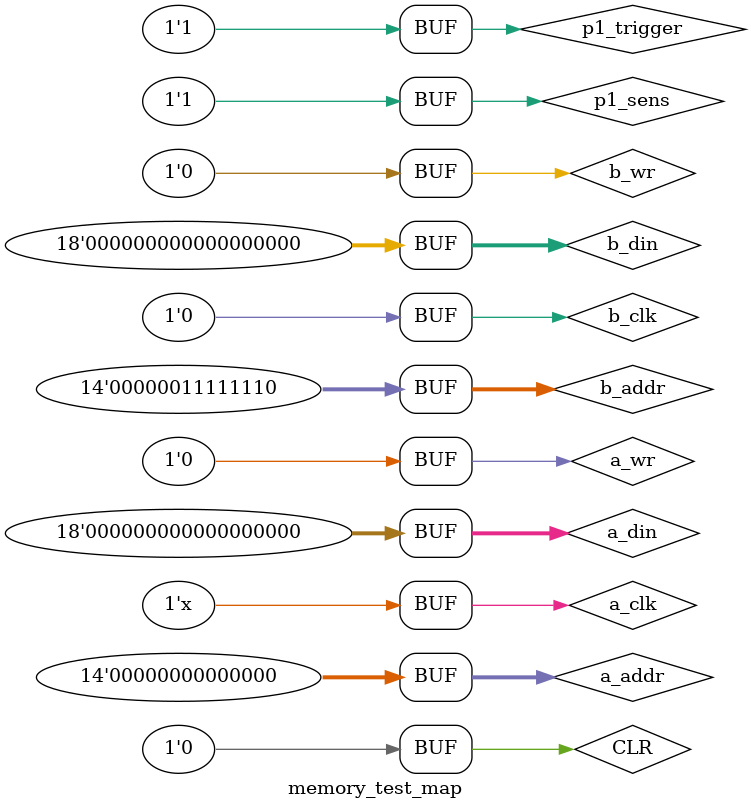
<source format=v>
`timescale 1ns / 1ps


module memory_test_map;

	// Inputs
	reg CLR;
	reg p1_trigger;
	reg p1_sens;
	reg a_clk;
	reg a_wr;
	reg [13:0] a_addr;
	reg [17:0] a_din;
	reg b_clk;
	reg b_wr;
	reg [13:0] b_addr;
	reg [17:0] b_din;

	// Outputs
	wire [17:0] a_dout;
	wire [17:0] b_dout;
	wire [17:0] b_dout_m;

	// Instantiate the Unit Under Test (UUT)
	memory_map uut (
		.CLR(CLR), 
		.p1_trigger(p1_trigger), 
		.p1_sens(p1_sens), 
		.a_clk(a_clk), 
		.a_wr(a_wr), 
		.a_addr(a_addr), 
		.a_din(a_din), 
		.a_dout(a_dout), 
		.b_clk(b_clk), 
		.b_wr(b_wr), 
		.b_addr(b_addr), 
		.b_din(b_din), 
		.b_dout(b_dout), 
		.b_dout_m(b_dout_m)
	);

	initial begin
		// Initialize Inputs
		CLR = 0;
		p1_trigger = 0;
		p1_sens = 0;
		a_clk = 0;
		a_wr = 0;
		a_addr = 0;
		a_din = 0;
		b_clk = 0;
		b_wr = 0;
		b_addr = 0;
		b_din = 0;

		
		// Wait 100 ns for global reset to finish
		#10;
		CLR = 1;
		#3 CLR = 0;
		
		p1_trigger = 1;
		p1_sens = 1;
		#2
		b_addr = 8'd254;
		
        
		// Add stimulus here

	end
	
	always
		#1 a_clk = ~a_clk;
endmodule


</source>
